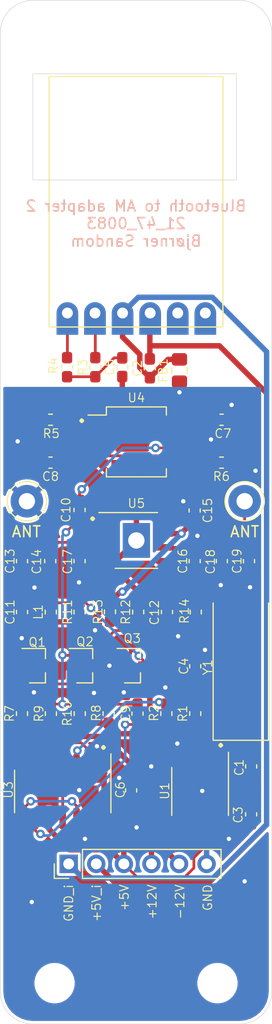
<source format=kicad_pcb>
(kicad_pcb (version 20171130) (host pcbnew "(5.1.10)-1")
  (title_block (title "Bluetooth to AM adapter") (date 2021-09-17) (company "Bjørner Sandom"))
  (layers (0 F.Cu signal) (31 B.Cu signal) (34 B.Paste user) (35 F.Paste user) (36 B.SilkS user) (37 F.SilkS user) (38 B.Mask user) (39 F.Mask user) (44 Edge.Cuts user))
  (net 0 "")
  (net 1 GND)
  (net 2 "Net-(C1-Pad1)")
  (net 3 +5V)
  (net 4 "Net-(C4-Pad1)")
  (net 5 "Net-(C5-Pad1)")
  (net 6 "Net-(C14-Pad1)")
  (net 7 +12V)
  (net 8 "Net-(Q1-Pad2)")
  (net 9 "Net-(Q2-Pad2)")
  (net 10 "Net-(R3-Pad2)")
  (net 11 "Net-(U2-Pad2)")
  (net 12 "Net-(U4-Pad8)")
  (net 13 "Net-(U4-Pad5)")
  (net 14 "Net-(U4-Pad1)")
  (net 15 "Net-(U5-Pad2)")
  (net 16 GNDD)
  (net 17 +5VD)
  (net 18 "Net-(C5-Pad2)")
  (net 19 -12V)
  (net 20 "Net-(C9-Pad2)")
  (net 21 "Net-(C9-Pad1)")
  (net 22 "Net-(C10-Pad2)")
  (net 23 "Net-(C10-Pad1)")
  (net 24 "Net-(C11-Pad2)")
  (net 25 "Net-(C12-Pad1)")
  (net 26 "Net-(C16-Pad2)")
  (net 27 "Net-(C16-Pad1)")
  (net 28 "Net-(R1-Pad2)")
  (net 29 "Net-(R4-Pad1)")
  (net 30 "Net-(R5-Pad2)")
  (net 31 "Net-(U1-Pad12)")
  (net 32 "Net-(U1-Pad10)")
  (net 33 "Net-(U1-Pad8)")
  (net 34 "Net-(U1-Pad4)")
  (net 35 "Net-(U1-Pad2)")
  (net 36 "Net-(U2-Pad1)")
  (net 37 "Net-(U3-Pad12)")
  (net 38 "Net-(U3-Pad11)")
  (net 39 "Net-(U3-Pad2)")
  (net 40 "Net-(U5-Pad1)")
  (net 41 "Net-(U5-Pad5)")
  (net 42 "Net-(U5-Pad8)")
  (module MountingHole:MountingHole_3.2mm_M3 (layer F.Cu) (at 143 45.5)
    (fp_text reference H3 hide)
    (fp_text value MountingHole)
    (pad 1 np_thru_hole circle (at 0 0) (size 3.2 3.2) (drill 3.2) (layers *.Cu *.Mask))
  )
  (module MountingHole:MountingHole_3.2mm_M3 (layer F.Cu) (at 150.5 132.25)
    (fp_text reference H2 hide)
    (fp_text value MountingHole)
    (pad 1 np_thru_hole circle (at 0 0) (size 3.2 3.2) (drill 3.2) (layers *.Cu *.Mask))
  )
  (module MountingHole:MountingHole_3.2mm_M3 (layer F.Cu) (at 135.5 132.25)
    (fp_text reference H1 hide)
    (fp_text value MountingHole)
    (pad 1 np_thru_hole circle (at 0 0) (size 3.2 3.2) (drill 3.2) (layers *.Cu *.Mask))
  )
  (module Inductor_SMD:L_0805_2012Metric_Pad1.15x1.40mm_HandSolder (layer F.Cu) (at 147 76 270)
    (fp_text reference FB1 (at 0 1.5 90) (layer F.SilkS) (effects (font (size 0.8 0.8) (thickness 0.1))))
    (fp_text value Ferrite_Bead)
    (pad 2 smd roundrect (at 1.025 0 270) (size 1.15 1.4) (layers F.Cu F.Paste F.Mask) (roundrect_rratio 0.2173904347826087) (net 1 GND))
    (pad 1 smd roundrect (at -1.025 0 270) (size 1.15 1.4) (layers F.Cu F.Paste F.Mask) (roundrect_rratio 0.2173904347826087) (net 16 GNDD))
  )
  (module Inductor_SMD:L_0603_1608Metric_Pad1.05x0.95mm_HandSolder (layer F.Cu) (at 135.15 98.175 90)
    (fp_text reference L1 (at 0 -1.15 90) (layer F.SilkS) (effects (font (size 0.8 0.8) (thickness 0.1))))
    (fp_text value *)
    (pad 2 smd roundrect (at 0.875 0 90) (size 1.05 0.95) (layers F.Cu F.Paste F.Mask) (net 24 "Net-(C11-Pad2)"))
    (pad 1 smd roundrect (at -0.875 0 90) (size 1.05 0.95) (layers F.Cu F.Paste F.Mask) (net 7 +12V))
  )
  (module Capacitor_SMD:C_0603_1608Metric_Pad1.08x0.95mm_HandSolder (layer F.Cu) (at 153.4 93.5 270)
    (fp_text reference C19 (at 0 1.1 90) (layer F.SilkS) (effects (font (size 0.8 0.8) (thickness 0.1))))
    (fp_text value *)
    (pad 2 smd roundrect (at 0.8625 0 270) (size 1.075 0.95) (layers F.Cu F.Paste F.Mask) (net 1 GND))
    (pad 1 smd roundrect (at -0.8625 0 270) (size 1.075 0.95) (layers F.Cu F.Paste F.Mask) (net 27 "Net-(C16-Pad1)"))
  )
  (module Crystal:Crystal_SMD_HC49-SD (layer F.Cu) (at 152.65 103.25 90)
    (fp_text reference Y1 (at 0 -3.05 90) (layer F.SilkS) (effects (font (size 0.8 0.8) (thickness 0.1))))
    (fp_text value *)
    (pad 2 smd rect (at 4.25 0 90) (size 4.5 2) (layers F.Cu F.Paste F.Mask) (net 4 "Net-(C4-Pad1)"))
    (pad 1 smd rect (at -4.25 0 90) (size 4.5 2) (layers F.Cu F.Paste F.Mask) (net 2 "Net-(C1-Pad1)"))
  )
  (module myDevices:SOIC-8-1EP_3.9x4.9mm_P1.27mm_EP2.514x3.2mm_ThermalVias (layer F.Cu) (at 143.030499 91.6)
    (fp_text reference U5 (at 0 -3.4) (layer F.SilkS) (effects (font (size 0.8 0.8) (thickness 0.1))))
    (fp_text value BUF634AIDDAR)
    (pad 1 smd roundrect (at -2.6375 -1.905) (size 1.625 0.6) (layers F.Cu F.Paste F.Mask) (net 40 "Net-(U5-Pad1)"))
    (pad 2 smd roundrect (at -2.6375 -0.635) (size 1.625 0.6) (layers F.Cu F.Paste F.Mask) (net 15 "Net-(U5-Pad2)"))
    (pad 3 smd roundrect (at -2.6375 0.635) (size 1.625 0.6) (layers F.Cu F.Paste F.Mask) (net 6 "Net-(C14-Pad1)"))
    (pad 4 smd roundrect (at -2.6375 1.905) (size 1.625 0.6) (layers F.Cu F.Paste F.Mask) (net 19 -12V))
    (pad 5 smd roundrect (at 2.6375 1.905) (size 1.625 0.6) (layers F.Cu F.Paste F.Mask) (net 41 "Net-(U5-Pad5)"))
    (pad 6 smd roundrect (at 2.6375 0.635) (size 1.625 0.6) (layers F.Cu F.Paste F.Mask) (net 26 "Net-(C16-Pad2)"))
    (pad 7 smd roundrect (at 2.6375 -0.635) (size 1.625 0.6) (layers F.Cu F.Paste F.Mask) (net 7 +12V))
    (pad 8 smd roundrect (at 2.6375 -1.905) (size 1.625 0.6) (layers F.Cu F.Paste F.Mask) (net 42 "Net-(U5-Pad8)"))
    (pad EPAD thru_hole rect (at 0 0) (size 2.514 3.2) (drill 1.5) (layers *.Cu *.Mask) (net 19 -12V))
  )
  (module Package_SO:SO-8_5.3x6.2mm_P1.27mm (layer F.Cu) (at 143.030499 82.55)
    (fp_text reference U4 (at 0 -4.05) (layer F.SilkS) (effects (font (size 0.8 0.8) (thickness 0.1))))
    (fp_text value LF351D)
    (pad 8 smd roundrect (at 3.5 -1.905) (size 1.9 0.6) (layers F.Cu F.Paste F.Mask) (net 12 "Net-(U4-Pad8)"))
    (pad 7 smd roundrect (at 3.5 -0.635) (size 1.9 0.6) (layers F.Cu F.Paste F.Mask) (net 7 +12V))
    (pad 6 smd roundrect (at 3.5 0.635) (size 1.9 0.6) (layers F.Cu F.Paste F.Mask) (net 22 "Net-(C10-Pad2)"))
    (pad 5 smd roundrect (at 3.5 1.905) (size 1.9 0.6) (layers F.Cu F.Paste F.Mask) (net 13 "Net-(U4-Pad5)"))
    (pad 4 smd roundrect (at -3.5 1.905) (size 1.9 0.6) (layers F.Cu F.Paste F.Mask) (net 19 -12V))
    (pad 3 smd roundrect (at -3.5 0.635) (size 1.9 0.6) (layers F.Cu F.Paste F.Mask) (net 5 "Net-(C5-Pad1)"))
    (pad 2 smd roundrect (at -3.5 -0.635) (size 1.9 0.6) (layers F.Cu F.Paste F.Mask) (net 30 "Net-(R5-Pad2)"))
    (pad 1 smd roundrect (at -3.5 -1.905) (size 1.9 0.6) (layers F.Cu F.Paste F.Mask) (net 14 "Net-(U4-Pad1)"))
  )
  (module Package_SO:SOIC-14_3.9x8.7mm_P1.27mm (layer F.Cu) (at 136.25 114.65 270)
    (fp_text reference U3 (at -0.15 5 90) (layer F.SilkS) (effects (font (size 0.8 0.8) (thickness 0.1))))
    (fp_text value SN74LS74AN)
    (pad 14 smd roundrect (at 2.475 -3.81 270) (size 1.95 0.6) (layers F.Cu F.Paste F.Mask) (net 3 +5V))
    (pad 13 smd roundrect (at 2.475 -2.54 270) (size 1.95 0.6) (layers F.Cu F.Paste F.Mask) (net 3 +5V))
    (pad 12 smd roundrect (at 2.475 -1.27 270) (size 1.95 0.6) (layers F.Cu F.Paste F.Mask) (net 37 "Net-(U3-Pad12)"))
    (pad 11 smd roundrect (at 2.475 0 270) (size 1.95 0.6) (layers F.Cu F.Paste F.Mask) (net 38 "Net-(U3-Pad11)"))
    (pad 10 smd roundrect (at 2.475 1.27 270) (size 1.95 0.6) (layers F.Cu F.Paste F.Mask) (net 3 +5V))
    (pad 9 smd roundrect (at 2.475 2.54 270) (size 1.95 0.6) (layers F.Cu F.Paste F.Mask) (net 20 "Net-(C9-Pad2)"))
    (pad 8 smd roundrect (at 2.475 3.81 270) (size 1.95 0.6) (layers F.Cu F.Paste F.Mask) (net 37 "Net-(U3-Pad12)"))
    (pad 7 smd roundrect (at -2.475 3.81 270) (size 1.95 0.6) (layers F.Cu F.Paste F.Mask) (net 1 GND))
    (pad 6 smd roundrect (at -2.475 2.54 270) (size 1.95 0.6) (layers F.Cu F.Paste F.Mask) (net 39 "Net-(U3-Pad2)"))
    (pad 5 smd roundrect (at -2.475 1.27 270) (size 1.95 0.6) (layers F.Cu F.Paste F.Mask) (net 38 "Net-(U3-Pad11)"))
    (pad 4 smd roundrect (at -2.475 0 270) (size 1.95 0.6) (layers F.Cu F.Paste F.Mask) (net 3 +5V))
    (pad 3 smd roundrect (at -2.475 -1.27 270) (size 1.95 0.6) (layers F.Cu F.Paste F.Mask) (net 4 "Net-(C4-Pad1)"))
    (pad 2 smd roundrect (at -2.475 -2.54 270) (size 1.95 0.6) (layers F.Cu F.Paste F.Mask) (net 39 "Net-(U3-Pad2)"))
    (pad 1 smd roundrect (at -2.475 -3.81 270) (size 1.95 0.6) (layers F.Cu F.Paste F.Mask) (net 3 +5V))
  )
  (module myDevices:MH-M18 (layer F.Cu) (at 151 49 270)
    (fp_text reference U2 hide)
    (fp_text value MH-M18)
    (pad 6 thru_hole custom (at 21.717 14.319 270) (size 2 2) (drill 1) (layers *.Cu *.Mask) (net 29 "Net-(R4-Pad1)") (options (clearance outline) (anchor circle)) (primitives (gr_poly (pts (xy 0 -1) (xy 2 -1) (xy 2 1) (xy 0 1)) (width 0))))
    (pad 5 thru_hole custom (at 21.717 11.779 270) (size 2 2) (drill 1) (layers *.Cu *.Mask) (net 10 "Net-(R3-Pad2)") (options (clearance outline) (anchor circle)) (primitives (gr_poly (pts (xy 0 -1) (xy 2 -1) (xy 2 1) (xy 0 1)) (width 0))))
    (pad 4 thru_hole custom (at 21.717 9.239 270) (size 2 2) (drill 1) (layers *.Cu *.Mask) (net 16 GNDD) (options (clearance outline) (anchor circle)) (primitives (gr_poly (pts (xy 0 -1) (xy 2 -1) (xy 2 1) (xy 0 1)) (width 0))))
    (pad 3 thru_hole custom (at 21.717 6.699 270) (size 2 2) (drill 1) (layers *.Cu *.Mask) (net 17 +5VD) (options (clearance outline) (anchor circle)) (primitives (gr_poly (pts (xy 0 -1) (xy 2 -1) (xy 2 1) (xy 0 1)) (width 0))))
    (pad 2 thru_hole custom (at 21.717 4.159 270) (size 2 2) (drill 1) (layers *.Cu *.Mask) (net 11 "Net-(U2-Pad2)") (options (clearance outline) (anchor circle)) (primitives (gr_poly (pts (xy 0 -1) (xy 2 -1) (xy 2 1) (xy 0 1)) (width 0))))
    (pad 1 thru_hole custom (at 21.717 1.619 270) (size 2 2) (drill 1) (layers *.Cu *.Mask) (net 36 "Net-(U2-Pad1)") (options (clearance outline) (anchor circle)) (primitives (gr_poly (pts (xy 0 -1) (xy 2 -1) (xy 2 1) (xy 0 1)) (width 0))))
  )
  (module Package_SO:TSSOP-14_4.4x5mm_P0.65mm (layer F.Cu) (at 148.9 114.65 270)
    (fp_text reference U1 (at -0.05 3.25 90) (layer F.SilkS) (effects (font (size 0.8 0.8) (thickness 0.1))))
    (fp_text value SN74HCU04N)
    (pad 14 smd roundrect (at 2.8625 -1.95 270) (size 1.475 0.4) (layers F.Cu F.Paste F.Mask) (net 3 +5V))
    (pad 13 smd roundrect (at 2.8625 -1.3 270) (size 1.475 0.4) (layers F.Cu F.Paste F.Mask) (net 1 GND))
    (pad 12 smd roundrect (at 2.8625 -0.65 270) (size 1.475 0.4) (layers F.Cu F.Paste F.Mask) (net 31 "Net-(U1-Pad12)"))
    (pad 11 smd roundrect (at 2.8625 0 270) (size 1.475 0.4) (layers F.Cu F.Paste F.Mask) (net 1 GND))
    (pad 10 smd roundrect (at 2.8625 0.65 270) (size 1.475 0.4) (layers F.Cu F.Paste F.Mask) (net 32 "Net-(U1-Pad10)"))
    (pad 9 smd roundrect (at 2.8625 1.3 270) (size 1.475 0.4) (layers F.Cu F.Paste F.Mask) (net 1 GND))
    (pad 8 smd roundrect (at 2.8625 1.95 270) (size 1.475 0.4) (layers F.Cu F.Paste F.Mask) (net 33 "Net-(U1-Pad8)"))
    (pad 7 smd roundrect (at -2.8625 1.95 270) (size 1.475 0.4) (layers F.Cu F.Paste F.Mask) (net 1 GND))
    (pad 6 smd roundrect (at -2.8625 1.3 270) (size 1.475 0.4) (layers F.Cu F.Paste F.Mask) (net 28 "Net-(R1-Pad2)"))
    (pad 5 smd roundrect (at -2.8625 0.65 270) (size 1.475 0.4) (layers F.Cu F.Paste F.Mask) (net 2 "Net-(C1-Pad1)"))
    (pad 4 smd roundrect (at -2.8625 0 270) (size 1.475 0.4) (layers F.Cu F.Paste F.Mask) (net 34 "Net-(U1-Pad4)"))
    (pad 3 smd roundrect (at -2.8625 -0.65 270) (size 1.475 0.4) (layers F.Cu F.Paste F.Mask) (net 1 GND))
    (pad 2 smd roundrect (at -2.8625 -1.3 270) (size 1.475 0.4) (layers F.Cu F.Paste F.Mask) (net 35 "Net-(U1-Pad2)"))
    (pad 1 smd roundrect (at -2.8625 -1.95 270) (size 1.475 0.4) (layers F.Cu F.Paste F.Mask) (net 1 GND))
  )
  (module Resistor_SMD:R_0603_1608Metric_Pad1.05x0.95mm_HandSolder (layer F.Cu) (at 148.5 98.175 90)
    (fp_text reference R14 (at 0.075 -1.05 90) (layer F.SilkS) (effects (font (size 0.8 0.8) (thickness 0.1))))
    (fp_text value 10kΩ)
    (pad 2 smd roundrect (at 0.875 0 90) (size 1.05 0.95) (layers F.Cu F.Paste F.Mask) (net 19 -12V))
    (pad 1 smd roundrect (at -0.875 0 90) (size 1.05 0.95) (layers F.Cu F.Paste F.Mask) (net 25 "Net-(C12-Pad1)"))
  )
  (module Resistor_SMD:R_0603_1608Metric_Pad1.05x0.95mm_HandSolder (layer F.Cu) (at 140.6 98.15 270)
    (fp_text reference R13 (at 0 1.1 90) (layer F.SilkS) (effects (font (size 0.8 0.8) (thickness 0.1))))
    (fp_text value 27kΩ)
    (pad 2 smd roundrect (at 0.875 0 270) (size 1.05 0.95) (layers F.Cu F.Paste F.Mask) (net 25 "Net-(C12-Pad1)"))
    (pad 1 smd roundrect (at -0.875 0 270) (size 1.05 0.95) (layers F.Cu F.Paste F.Mask) (net 7 +12V))
  )
  (module Resistor_SMD:R_0603_1608Metric_Pad1.05x0.95mm_HandSolder (layer F.Cu) (at 143.2 98.175 90)
    (fp_text reference R12 (at 0 -1.15 90) (layer F.SilkS) (effects (font (size 0.8 0.8) (thickness 0.1))))
    (fp_text value 330Ω)
    (pad 2 smd roundrect (at 0.875 0 90) (size 1.05 0.95) (layers F.Cu F.Paste F.Mask) (net 19 -12V))
    (pad 1 smd roundrect (at -0.875 0 90) (size 1.05 0.95) (layers F.Cu F.Paste F.Mask) (net 9 "Net-(Q2-Pad2)"))
  )
  (module Resistor_SMD:R_0603_1608Metric_Pad1.05x0.95mm_HandSolder (layer F.Cu) (at 137.8 98.175 90)
    (fp_text reference R11 (at 0 -1.1 90) (layer F.SilkS) (effects (font (size 0.8 0.8) (thickness 0.1))))
    (fp_text value 4.7kΩ)
    (pad 2 smd roundrect (at 0.875 0 90) (size 1.05 0.95) (layers F.Cu F.Paste F.Mask) (net 24 "Net-(C11-Pad2)"))
    (pad 1 smd roundrect (at -0.875 0 90) (size 1.05 0.95) (layers F.Cu F.Paste F.Mask) (net 7 +12V))
  )
  (module Resistor_SMD:R_0603_1608Metric_Pad1.05x0.95mm_HandSolder (layer F.Cu) (at 137.816666 107.5 270)
    (fp_text reference R10 (at 0 1.15 90) (layer F.SilkS) (effects (font (size 0.8 0.8) (thickness 0.1))))
    (fp_text value 33kΩ)
    (pad 2 smd roundrect (at 0.875 0 270) (size 1.05 0.95) (layers F.Cu F.Paste F.Mask) (net 19 -12V))
    (pad 1 smd roundrect (at -0.875 0 270) (size 1.05 0.95) (layers F.Cu F.Paste F.Mask) (net 23 "Net-(C10-Pad1)"))
  )
  (module Resistor_SMD:R_0603_1608Metric_Pad1.05x0.95mm_HandSolder (layer F.Cu) (at 135.158333 107.5 90)
    (fp_text reference R9 (at 0 -1.1 90) (layer F.SilkS) (effects (font (size 0.8 0.8) (thickness 0.1))))
    (fp_text value 220kΩ)
    (pad 2 smd roundrect (at 0.875 0 90) (size 1.05 0.95) (layers F.Cu F.Paste F.Mask) (net 23 "Net-(C10-Pad1)"))
    (pad 1 smd roundrect (at -0.875 0 90) (size 1.05 0.95) (layers F.Cu F.Paste F.Mask) (net 7 +12V))
  )
  (module Resistor_SMD:R_0603_1608Metric_Pad1.05x0.95mm_HandSolder (layer F.Cu) (at 140.474999 107.5 270)
    (fp_text reference R8 (at -0.05 1.15 90) (layer F.SilkS) (effects (font (size 0.8 0.8) (thickness 0.1))))
    (fp_text value 10kΩ)
    (pad 2 smd roundrect (at 0.875 0 270) (size 1.05 0.95) (layers F.Cu F.Paste F.Mask) (net 19 -12V))
    (pad 1 smd roundrect (at -0.875 0 270) (size 1.05 0.95) (layers F.Cu F.Paste F.Mask) (net 21 "Net-(C9-Pad1)"))
  )
  (module Resistor_SMD:R_0603_1608Metric_Pad1.05x0.95mm_HandSolder (layer F.Cu) (at 132.5 107.5 90)
    (fp_text reference R7 (at 0 -1.15 90) (layer F.SilkS) (effects (font (size 0.8 0.8) (thickness 0.1))))
    (fp_text value 27kΩ)
    (pad 2 smd roundrect (at 0.875 0 90) (size 1.05 0.95) (layers F.Cu F.Paste F.Mask) (net 21 "Net-(C9-Pad1)"))
    (pad 1 smd roundrect (at -0.875 0 90) (size 1.05 0.95) (layers F.Cu F.Paste F.Mask) (net 7 +12V))
  )
  (module Resistor_SMD:R_0603_1608Metric_Pad1.05x0.95mm_HandSolder (layer F.Cu) (at 150.876 84.455 180)
    (fp_text reference R6 (at 0.014 -1.27) (layer F.SilkS) (effects (font (size 0.8 0.8) (thickness 0.1))))
    (fp_text value 27kΩ)
    (pad 2 smd roundrect (at 0.875 0 180) (size 1.05 0.95) (layers F.Cu F.Paste F.Mask) (net 30 "Net-(R5-Pad2)"))
    (pad 1 smd roundrect (at -0.875 0 180) (size 1.05 0.95) (layers F.Cu F.Paste F.Mask) (net 22 "Net-(C10-Pad2)"))
  )
  (module Resistor_SMD:R_0603_1608Metric_Pad1.05x0.95mm_HandSolder (layer F.Cu) (at 135.128 80.518)
    (fp_text reference R5 (at 0.0635 1.27) (layer F.SilkS) (effects (font (size 0.8 0.8) (thickness 0.1))))
    (fp_text value 6.8kΩ)
    (pad 2 smd roundrect (at 0.875 0) (size 1.05 0.95) (layers F.Cu F.Paste F.Mask) (net 30 "Net-(R5-Pad2)"))
    (pad 1 smd roundrect (at -0.875 0) (size 1.05 0.95) (layers F.Cu F.Paste F.Mask) (net 1 GND))
  )
  (module Resistor_SMD:R_0603_1608Metric_Pad1.05x0.95mm_HandSolder (layer F.Cu) (at 136.652 75.692 270)
    (fp_text reference R4 (at -0.141 1.27 90) (layer F.SilkS) (effects (font (size 0.8 0.8) (thickness 0.1))))
    (fp_text value 1kΩ)
    (pad 2 smd roundrect (at 0.875 0 270) (size 1.05 0.95) (layers F.Cu F.Paste F.Mask) (net 18 "Net-(C5-Pad2)"))
    (pad 1 smd roundrect (at -0.875 0 270) (size 1.05 0.95) (layers F.Cu F.Paste F.Mask) (net 29 "Net-(R4-Pad1)"))
  )
  (module Resistor_SMD:R_0603_1608Metric_Pad1.05x0.95mm_HandSolder (layer F.Cu) (at 139.25 75.692 90)
    (fp_text reference R3 (at 0 -1.143 90) (layer F.SilkS) (effects (font (size 0.8 0.8) (thickness 0.1))))
    (fp_text value 1kΩ)
    (pad 2 smd roundrect (at 0.875 0 90) (size 1.05 0.95) (layers F.Cu F.Paste F.Mask) (net 10 "Net-(R3-Pad2)"))
    (pad 1 smd roundrect (at -0.875 0 90) (size 1.05 0.95) (layers F.Cu F.Paste F.Mask) (net 18 "Net-(C5-Pad2)"))
  )
  (module Resistor_SMD:R_0603_1608Metric_Pad1.05x0.95mm_HandSolder (layer F.Cu) (at 145.791665 107.5 90)
    (fp_text reference R2 (at 0.05 -1.141665 90) (layer F.SilkS) (effects (font (size 0.8 0.8) (thickness 0.1))))
    (fp_text value 560Ω)
    (pad 2 smd roundrect (at 0.875 0 90) (size 1.05 0.95) (layers F.Cu F.Paste F.Mask) (net 4 "Net-(C4-Pad1)"))
    (pad 1 smd roundrect (at -0.875 0 90) (size 1.05 0.95) (layers F.Cu F.Paste F.Mask) (net 28 "Net-(R1-Pad2)"))
  )
  (module Resistor_SMD:R_0603_1608Metric_Pad1.05x0.95mm_HandSolder (layer F.Cu) (at 148.45 107.5 90)
    (fp_text reference R1 (at 0 -1.15 90) (layer F.SilkS) (effects (font (size 0.8 0.8) (thickness 0.1))))
    (fp_text value 4.7MΩ)
    (pad 2 smd roundrect (at 0.875 0 90) (size 1.05 0.95) (layers F.Cu F.Paste F.Mask) (net 28 "Net-(R1-Pad2)"))
    (pad 1 smd roundrect (at -0.875 0 90) (size 1.05 0.95) (layers F.Cu F.Paste F.Mask) (net 2 "Net-(C1-Pad1)"))
  )
  (module Package_TO_SOT_SMD:SOT-23 (layer F.Cu) (at 142.65 103.1)
    (fp_text reference Q3 (at 0 -2.5) (layer F.SilkS) (effects (font (size 0.8 0.8) (thickness 0.1))))
    (fp_text value MMBT3904)
    (pad 3 smd rect (at 1 0) (size 0.9 0.8) (layers F.Cu F.Paste F.Mask) (net 24 "Net-(C11-Pad2)"))
    (pad 2 smd rect (at -1 0.95) (size 0.9 0.8) (layers F.Cu F.Paste F.Mask) (net 8 "Net-(Q1-Pad2)"))
    (pad 1 smd rect (at -1 -0.95) (size 0.9 0.8) (layers F.Cu F.Paste F.Mask) (net 25 "Net-(C12-Pad1)"))
  )
  (module Package_TO_SOT_SMD:SOT-23 (layer F.Cu) (at 138.25 103.1)
    (fp_text reference Q2 (at 0.05 -2.2) (layer F.SilkS) (effects (font (size 0.8 0.8) (thickness 0.1))))
    (fp_text value MMBT3904)
    (pad 3 smd rect (at 1 0) (size 0.9 0.8) (layers F.Cu F.Paste F.Mask) (net 8 "Net-(Q1-Pad2)"))
    (pad 2 smd rect (at -1 0.95) (size 0.9 0.8) (layers F.Cu F.Paste F.Mask) (net 9 "Net-(Q2-Pad2)"))
    (pad 1 smd rect (at -1 -0.95) (size 0.9 0.8) (layers F.Cu F.Paste F.Mask) (net 23 "Net-(C10-Pad1)"))
  )
  (module Package_TO_SOT_SMD:SOT-23 (layer F.Cu) (at 133.9 103.1)
    (fp_text reference Q1 (at 0 -2.15) (layer F.SilkS) (effects (font (size 0.8 0.8) (thickness 0.1))))
    (fp_text value MMBT3904)
    (pad 3 smd rect (at 1 0) (size 0.9 0.8) (layers F.Cu F.Paste F.Mask) (net 7 +12V))
    (pad 2 smd rect (at -1 0.95) (size 0.9 0.8) (layers F.Cu F.Paste F.Mask) (net 8 "Net-(Q1-Pad2)"))
    (pad 1 smd rect (at -1 -0.95) (size 0.9 0.8) (layers F.Cu F.Paste F.Mask) (net 21 "Net-(C9-Pad1)"))
  )
  (module Connector_Pin:Pin_D1.3mm_L11.0mm_LooseFit (layer F.Cu) (at 132.95 88)
    (fp_text reference J3 hide)
    (fp_text value Conn_01x01)
    (pad 1 thru_hole circle (at 0 0) (size 3 3) (drill 1.5) (layers *.Cu *.Mask) (net 1 GND))
  )
  (module Connector_Pin:Pin_D1.3mm_L11.0mm_LooseFit (layer F.Cu) (at 153 88)
    (fp_text reference J2 hide)
    (fp_text value Antenna)
    (pad 1 thru_hole circle (at 0 0) (size 3 3) (drill 1.5) (layers *.Cu *.Mask) (net 27 "Net-(C16-Pad1)"))
  )
  (module Connector_PinHeader_2.54mm:PinHeader_1x06_P2.54mm_Vertical (layer F.Cu) (at 136.8 121.3 90)
    (fp_text reference J1 hide)
    (fp_text value Conn_01x06)
    (pad 6 thru_hole oval (at 0 12.7 90) (size 1.7 1.7) (drill 1) (layers *.Cu *.Mask) (net 1 GND))
    (pad 5 thru_hole oval (at 0 10.16 90) (size 1.7 1.7) (drill 1) (layers *.Cu *.Mask) (net 19 -12V))
    (pad 4 thru_hole oval (at 0 7.62 90) (size 1.7 1.7) (drill 1) (layers *.Cu *.Mask) (net 7 +12V))
    (pad 3 thru_hole oval (at 0 5.08 90) (size 1.7 1.7) (drill 1) (layers *.Cu *.Mask) (net 3 +5V))
    (pad 2 thru_hole oval (at 0 2.54 90) (size 1.7 1.7) (drill 1) (layers *.Cu *.Mask) (net 17 +5VD))
    (pad 1 thru_hole rect (at 0 0 90) (size 1.7 1.7) (drill 1) (layers *.Cu *.Mask) (net 16 GNDD))
  )
  (module Capacitor_SMD:C_0603_1608Metric_Pad1.08x0.95mm_HandSolder (layer F.Cu) (at 150.9 93.5 270)
    (fp_text reference C18 (at 0.05 1.05 90) (layer F.SilkS) (effects (font (size 0.8 0.8) (thickness 0.1))))
    (fp_text value *)
    (pad 2 smd roundrect (at 0.8625 0 270) (size 1.075 0.95) (layers F.Cu F.Paste F.Mask) (net 1 GND))
    (pad 1 smd roundrect (at -0.8625 0 270) (size 1.075 0.95) (layers F.Cu F.Paste F.Mask) (net 27 "Net-(C16-Pad1)"))
  )
  (module Capacitor_SMD:C_0603_1608Metric_Pad1.08x0.95mm_HandSolder (layer F.Cu) (at 137.8 93.5 90)
    (fp_text reference C17 (at -0.05 -1.1 90) (layer F.SilkS) (effects (font (size 0.8 0.8) (thickness 0.1))))
    (fp_text value 10µF)
    (pad 2 smd roundrect (at 0.8625 0 90) (size 1.075 0.95) (layers F.Cu F.Paste F.Mask) (net 19 -12V))
    (pad 1 smd roundrect (at -0.8625 0 90) (size 1.075 0.95) (layers F.Cu F.Paste F.Mask) (net 1 GND))
  )
  (module Capacitor_SMD:C_0603_1608Metric_Pad1.08x0.95mm_HandSolder (layer F.Cu) (at 148.4 93.5 90)
    (fp_text reference C16 (at 0 -1.1 90) (layer F.SilkS) (effects (font (size 0.8 0.8) (thickness 0.1))))
    (fp_text value 100nF)
    (pad 2 smd roundrect (at 0.8625 0 90) (size 1.075 0.95) (layers F.Cu F.Paste F.Mask) (net 26 "Net-(C16-Pad2)"))
    (pad 1 smd roundrect (at -0.8625 0 90) (size 1.075 0.95) (layers F.Cu F.Paste F.Mask) (net 27 "Net-(C16-Pad1)"))
  )
  (module Capacitor_SMD:C_0603_1608Metric_Pad1.08x0.95mm_HandSolder (layer F.Cu) (at 148.4 88.85 270)
    (fp_text reference C15 (at 0 -1.2 90) (layer F.SilkS) (effects (font (size 0.8 0.8) (thickness 0.1))))
    (fp_text value 10µF)
    (pad 2 smd roundrect (at 0.8625 0 270) (size 1.075 0.95) (layers F.Cu F.Paste F.Mask) (net 7 +12V))
    (pad 1 smd roundrect (at -0.8625 0 270) (size 1.075 0.95) (layers F.Cu F.Paste F.Mask) (net 1 GND))
  )
  (module Capacitor_SMD:C_0603_1608Metric_Pad1.08x0.95mm_HandSolder (layer F.Cu) (at 135.1 93.5 270)
    (fp_text reference C14 (at 0.05 1.25 90) (layer F.SilkS) (effects (font (size 0.8 0.8) (thickness 0.1))))
    (fp_text value 100nF)
    (pad 2 smd roundrect (at 0.8625 0 270) (size 1.075 0.95) (layers F.Cu F.Paste F.Mask) (net 24 "Net-(C11-Pad2)"))
    (pad 1 smd roundrect (at -0.8625 0 270) (size 1.075 0.95) (layers F.Cu F.Paste F.Mask) (net 6 "Net-(C14-Pad1)"))
  )
  (module Capacitor_SMD:C_0603_1608Metric_Pad1.08x0.95mm_HandSolder (layer F.Cu) (at 132.5 93.5 270)
    (fp_text reference C13 (at 0 1.1 90) (layer F.SilkS) (effects (font (size 0.8 0.8) (thickness 0.1))))
    (fp_text value *)
    (pad 2 smd roundrect (at 0.8625 0 270) (size 1.075 0.95) (layers F.Cu F.Paste F.Mask) (net 24 "Net-(C11-Pad2)"))
    (pad 1 smd roundrect (at -0.8625 0 270) (size 1.075 0.95) (layers F.Cu F.Paste F.Mask) (net 7 +12V))
  )
  (module Capacitor_SMD:C_0603_1608Metric_Pad1.08x0.95mm_HandSolder (layer F.Cu) (at 145.85 98.175 90)
    (fp_text reference C12 (at -0.05 -1.15 90) (layer F.SilkS) (effects (font (size 0.8 0.8) (thickness 0.1))))
    (fp_text value 100nF)
    (pad 2 smd roundrect (at 0.8625 0 90) (size 1.075 0.95) (layers F.Cu F.Paste F.Mask) (net 19 -12V))
    (pad 1 smd roundrect (at -0.8625 0 90) (size 1.075 0.95) (layers F.Cu F.Paste F.Mask) (net 25 "Net-(C12-Pad1)"))
  )
  (module Capacitor_SMD:C_0603_1608Metric_Pad1.08x0.95mm_HandSolder (layer F.Cu) (at 132.5 98.175 90)
    (fp_text reference C11 (at 0 -1.1 90) (layer F.SilkS) (effects (font (size 0.8 0.8) (thickness 0.1))))
    (fp_text value *)
    (pad 2 smd roundrect (at 0.8625 0 90) (size 1.075 0.95) (layers F.Cu F.Paste F.Mask) (net 24 "Net-(C11-Pad2)"))
    (pad 1 smd roundrect (at -0.8625 0 90) (size 1.075 0.95) (layers F.Cu F.Paste F.Mask) (net 7 +12V))
  )
  (module Capacitor_SMD:C_0603_1608Metric_Pad1.08x0.95mm_HandSolder (layer F.Cu) (at 137.8 88.8 90)
    (fp_text reference C10 (at 0 -1.25 90) (layer F.SilkS) (effects (font (size 0.8 0.8) (thickness 0.1))))
    (fp_text value 680nF)
    (pad 2 smd roundrect (at 0.8625 0 90) (size 1.075 0.95) (layers F.Cu F.Paste F.Mask) (net 22 "Net-(C10-Pad2)"))
    (pad 1 smd roundrect (at -0.8625 0 90) (size 1.075 0.95) (layers F.Cu F.Paste F.Mask) (net 23 "Net-(C10-Pad1)"))
  )
  (module Capacitor_SMD:C_0603_1608Metric_Pad1.08x0.95mm_HandSolder (layer F.Cu) (at 143.133332 107.5 270)
    (fp_text reference C9 (at 0 1.083332 90) (layer F.SilkS) (effects (font (size 0.8 0.8) (thickness 0.1))))
    (fp_text value 1nF)
    (pad 2 smd roundrect (at 0.8625 0 270) (size 1.075 0.95) (layers F.Cu F.Paste F.Mask) (net 20 "Net-(C9-Pad2)"))
    (pad 1 smd roundrect (at -0.8625 0 270) (size 1.075 0.95) (layers F.Cu F.Paste F.Mask) (net 21 "Net-(C9-Pad1)"))
  )
  (module Capacitor_SMD:C_0603_1608Metric_Pad1.08x0.95mm_HandSolder (layer F.Cu) (at 135.128 84.455)
    (fp_text reference C8 (at 0 1.27) (layer F.SilkS) (effects (font (size 0.8 0.8) (thickness 0.1))))
    (fp_text value 100nF)
    (pad 2 smd roundrect (at 0.8625 0) (size 1.075 0.95) (layers F.Cu F.Paste F.Mask) (net 19 -12V))
    (pad 1 smd roundrect (at -0.8625 0) (size 1.075 0.95) (layers F.Cu F.Paste F.Mask) (net 1 GND))
  )
  (module Capacitor_SMD:C_0603_1608Metric_Pad1.08x0.95mm_HandSolder (layer F.Cu) (at 150.876 80.518 180)
    (fp_text reference C7 (at -0.127 -1.27) (layer F.SilkS) (effects (font (size 0.8 0.8) (thickness 0.1))))
    (fp_text value 100nF)
    (pad 2 smd roundrect (at 0.8625 0 180) (size 1.075 0.95) (layers F.Cu F.Paste F.Mask) (net 7 +12V))
    (pad 1 smd roundrect (at -0.8625 0 180) (size 1.075 0.95) (layers F.Cu F.Paste F.Mask) (net 1 GND))
  )
  (module Capacitor_SMD:C_0603_1608Metric_Pad1.08x0.95mm_HandSolder (layer F.Cu) (at 142.55 114.55 270)
    (fp_text reference C6 (at -0.05 1 90) (layer F.SilkS) (effects (font (size 0.8 0.8) (thickness 0.1))))
    (fp_text value 100nF)
    (pad 2 smd roundrect (at 0.8625 0 270) (size 1.075 0.95) (layers F.Cu F.Paste F.Mask) (net 3 +5V))
    (pad 1 smd roundrect (at -0.8625 0 270) (size 1.075 0.95) (layers F.Cu F.Paste F.Mask) (net 1 GND))
  )
  (module Capacitor_SMD:C_0603_1608Metric_Pad1.08x0.95mm_HandSolder (layer F.Cu) (at 141.732 75.692 90)
    (fp_text reference C5 (at 0 -1.143 90) (layer F.SilkS) (effects (font (size 0.8 0.8) (thickness 0.1))))
    (fp_text value 470nF)
    (pad 2 smd roundrect (at 0.8625 0 90) (size 1.075 0.95) (layers F.Cu F.Paste F.Mask) (net 18 "Net-(C5-Pad2)"))
    (pad 1 smd roundrect (at -0.8625 0 90) (size 1.075 0.95) (layers F.Cu F.Paste F.Mask) (net 5 "Net-(C5-Pad1)"))
  )
  (module Capacitor_SMD:C_0603_1608Metric_Pad1.08x0.95mm_HandSolder (layer F.Cu) (at 148.45 103.15 90)
    (fp_text reference C4 (at 0 -1.05 90) (layer F.SilkS) (effects (font (size 0.8 0.8) (thickness 0.1))))
    (fp_text value 68pF)
    (pad 2 smd roundrect (at 0.8625 0 90) (size 1.075 0.95) (layers F.Cu F.Paste F.Mask) (net 1 GND))
    (pad 1 smd roundrect (at -0.8625 0 90) (size 1.075 0.95) (layers F.Cu F.Paste F.Mask) (net 4 "Net-(C4-Pad1)"))
  )
  (module Capacitor_SMD:C_0603_1608Metric_Pad1.08x0.95mm_HandSolder (layer F.Cu) (at 153.6 116.75 270)
    (fp_text reference C3 (at 0.05 1.2 90) (layer F.SilkS) (effects (font (size 0.8 0.8) (thickness 0.1))))
    (fp_text value 100nF)
    (pad 2 smd roundrect (at 0.8625 0 270) (size 1.075 0.95) (layers F.Cu F.Paste F.Mask) (net 3 +5V))
    (pad 1 smd roundrect (at -0.8625 0 270) (size 1.075 0.95) (layers F.Cu F.Paste F.Mask) (net 1 GND))
  )
  (module Capacitor_SMD:C_0603_1608Metric_Pad1.08x0.95mm_HandSolder (layer F.Cu) (at 144.272 75.7925 270)
    (fp_text reference C2 (at 0 1.143 90) (layer F.SilkS) (effects (font (size 0.8 0.8) (thickness 0.1))))
    (fp_text value 1µF)
    (pad 2 smd roundrect (at 0.8625 0 270) (size 1.075 0.95) (layers F.Cu F.Paste F.Mask) (net 16 GNDD))
    (pad 1 smd roundrect (at -0.8625 0 270) (size 1.075 0.95) (layers F.Cu F.Paste F.Mask) (net 17 +5VD))
  )
  (module Capacitor_SMD:C_0603_1608Metric_Pad1.08x0.95mm_HandSolder (layer F.Cu) (at 153.6 112.35 270)
    (fp_text reference C1 (at 0.1 1.1 90) (layer F.SilkS) (effects (font (size 0.8 0.8) (thickness 0.1))))
    (fp_text value 68pF)
    (pad 2 smd roundrect (at 0.8625 0 270) (size 1.075 0.95) (layers F.Cu F.Paste F.Mask) (net 1 GND))
    (pad 1 smd roundrect (at -0.8625 0 270) (size 1.075 0.95) (layers F.Cu F.Paste F.Mask) (net 2 "Net-(C1-Pad1)"))
  )
  (gr_line (start 133.5 58.5) (end 133.5 48.75) (layer Edge.Cuts) (width 0.05))
  (gr_line (start 152.25 58.5) (end 133.5 58.5) (layer Edge.Cuts) (width 0.05))
  (gr_line (start 152.25 48.75) (end 152.25 58.5) (layer Edge.Cuts) (width 0.05))
  (gr_line (start 133.5 48.75) (end 152.25 48.75) (layer Edge.Cuts) (width 0.05))
  (gr_text GND_i (at 136.8 124.895238 90) (layer F.SilkS) (effects (font (size 0.8 0.8) (thickness 0.1))))
  (gr_text +5V_i (at 139.36 124.895238 90) (layer F.SilkS) (effects (font (size 0.8 0.8) (thickness 0.1))))
  (gr_text +5V (at 141.92 124.4 90) (layer F.SilkS) (effects (font (size 0.8 0.8) (thickness 0.1))))
  (gr_text +12V (at 144.48 124.780952 90) (layer F.SilkS) (effects (font (size 0.8 0.8) (thickness 0.1))))
  (gr_text -12V (at 147.04 124.780952 90) (layer F.SilkS) (effects (font (size 0.8 0.8) (thickness 0.1))))
  (gr_text GND (at 149.6 124.4 90) (layer F.SilkS) (effects (font (size 0.8 0.8) (thickness 0.1))))
  (gr_text . (at 138 80) (layer F.SilkS) (effects (font (size 1.5 1.5) (thickness 0.3))))
  (gr_text "Bluetooth to AM adapter 2\n21_47_0083\nBjørner Sandom\n" (at 143 62.5) (layer B.SilkS) (effects (font (size 1 1)) (justify mirror)))
  (gr_arc (start 152.5 133) (end 152.5 136) (angle -90) (layer Edge.Cuts) (width 0.05))
  (gr_arc (start 133.5 133) (end 130.5 133) (angle -90) (layer Edge.Cuts) (width 0.05))
  (gr_arc (start 152.5 45) (end 155.5 45) (angle -90) (layer Edge.Cuts) (width 0.05))
  (gr_arc (start 133.5 45) (end 133.5 42) (angle -90) (layer Edge.Cuts) (width 0.05))
  (gr_text ANT (at 153 90.8) (layer F.SilkS) (effects (font (size 1 1))))
  (gr_text ANT (at 132.9 90.8) (layer F.SilkS) (effects (font (size 1 1))))
  (gr_text . (at 150.8 109.8) (layer F.SilkS) (effects (font (size 1.5 1.5) (thickness 0.3))))
  (gr_text . (at 140 110) (layer F.SilkS) (effects (font (size 1.5 1.5) (thickness 0.3))))
  (gr_text . (at 139 89) (layer F.SilkS) (effects (font (size 1.5 1.5) (thickness 0.3))))
  (gr_line (start 130.5 133) (end 130.5 45) (layer Edge.Cuts) (width 0.05))
  (gr_line (start 152.5 136) (end 133.5 136) (layer Edge.Cuts) (width 0.05))
  (gr_line (start 155.5 45) (end 155.5 133) (layer Edge.Cuts) (width 0.05))
  (gr_line (start 133.5 42) (end 152.5 42) (layer Edge.Cuts) (width 0.05))
  (segment (start 153.6 115.8875) (end 153.6 113.2625) (width 0.5) (layer F.Cu) (net 1))
  (via (at 146.8 110.25) (size 0.8) (drill 0.4) (layers F.Cu B.Cu) (net 1))
  (segment (start 146.95 110.4) (end 146.8 110.25) (width 0.25) (layer F.Cu) (net 1))
  (segment (start 146.95 111.5875) (end 146.95 110.4) (width 0.25) (layer F.Cu) (net 1))
  (via (at 137.75 95.45) (size 0.8) (drill 0.4) (layers F.Cu B.Cu) (net 1))
  (segment (start 137.8 95.4) (end 137.75 95.45) (width 0.5) (layer F.Cu) (net 1))
  (segment (start 137.8 94.3625) (end 137.8 95.4) (width 0.5) (layer F.Cu) (net 1))
  (via (at 149.35 101.65) (size 0.8) (drill 0.4) (layers F.Cu B.Cu) (net 1))
  (segment (start 148.7125 102.2875) (end 149.35 101.65) (width 0.5) (layer F.Cu) (net 1))
  (segment (start 148.45 102.2875) (end 148.7125 102.2875) (width 0.5) (layer F.Cu) (net 1))
  (via (at 147.35 88) (size 0.8) (drill 0.4) (layers F.Cu B.Cu) (net 1))
  (segment (start 147.3625 87.9875) (end 147.35 88) (width 0.5) (layer F.Cu) (net 1))
  (segment (start 148.4 87.9875) (end 147.3625 87.9875) (width 0.5) (layer F.Cu) (net 1))
  (via (at 150.8 95.7) (size 0.8) (drill 0.4) (layers F.Cu B.Cu) (net 1))
  (segment (start 150.9 95.6) (end 150.8 95.7) (width 0.5) (layer F.Cu) (net 1))
  (segment (start 150.9 94.3625) (end 150.9 95.6) (width 0.5) (layer F.Cu) (net 1))
  (via (at 151.8 79.15) (size 0.8) (drill 0.4) (layers F.Cu B.Cu) (net 1))
  (segment (start 151.7385 79.2115) (end 151.8 79.15) (width 0.5) (layer F.Cu) (net 1))
  (segment (start 151.7385 80.518) (end 151.7385 79.2115) (width 0.5) (layer F.Cu) (net 1))
  (via (at 151.55 119) (size 0.8) (drill 0.4) (layers F.Cu B.Cu) (net 1))
  (via (at 141.45 113.4) (size 0.8) (drill 0.4) (layers F.Cu B.Cu) (net 1))
  (segment (start 141.7375 113.6875) (end 141.45 113.4) (width 0.5) (layer F.Cu) (net 1))
  (segment (start 142.55 113.6875) (end 141.7375 113.6875) (width 0.5) (layer F.Cu) (net 1))
  (via (at 143.05 117.95) (size 0.8) (drill 0.4) (layers F.Cu B.Cu) (net 1))
  (via (at 144.4 112.35) (size 0.8) (drill 0.4) (layers F.Cu B.Cu) (net 1))
  (via (at 137.775 114.525) (size 0.8) (drill 0.4) (layers F.Cu B.Cu) (net 1))
  (via (at 139.4 110.5) (size 0.8) (drill 0.4) (layers F.Cu B.Cu) (net 1))
  (via (at 133.6 105.55) (size 0.8) (drill 0.4) (layers F.Cu B.Cu) (net 1))
  (via (at 139.125 105.6) (size 0.8) (drill 0.4) (layers F.Cu B.Cu) (net 1))
  (via (at 141.875 105.55) (size 0.8) (drill 0.4) (layers F.Cu B.Cu) (net 1))
  (via (at 145.7 105.1) (size 0.8) (drill 0.4) (layers F.Cu B.Cu) (net 1))
  (via (at 140.55 103.1) (size 0.8) (drill 0.4) (layers F.Cu B.Cu) (net 1))
  (via (at 132.475 100.575) (size 0.8) (drill 0.4) (layers F.Cu B.Cu) (net 1))
  (via (at 139.225 99.85) (size 0.8) (drill 0.4) (layers F.Cu B.Cu) (net 1))
  (via (at 146.875 100.4) (size 0.8) (drill 0.4) (layers F.Cu B.Cu) (net 1))
  (via (at 133.65 95.925) (size 0.8) (drill 0.4) (layers F.Cu B.Cu) (net 1))
  (via (at 148.65 91.175) (size 0.8) (drill 0.4) (layers F.Cu B.Cu) (net 1))
  (via (at 153.5 95.9) (size 0.8) (drill 0.4) (layers F.Cu B.Cu) (net 1))
  (via (at 149.9 82.325) (size 0.8) (drill 0.4) (layers F.Cu B.Cu) (net 1))
  (via (at 149.1 114.6) (size 0.8) (drill 0.4) (layers F.Cu B.Cu) (net 1))
  (via (at 133.4 124.8) (size 0.8) (drill 0.4) (layers F.Cu B.Cu) (net 1))
  (via (at 153 122.9) (size 0.8) (drill 0.4) (layers F.Cu B.Cu) (net 1))
  (via (at 154 85.2) (size 0.8) (drill 0.4) (layers F.Cu B.Cu) (net 1))
  (via (at 132.1 82.5) (size 0.8) (drill 0.4) (layers F.Cu B.Cu) (net 1))
  (via (at 138.3 119) (size 0.8) (drill 0.4) (layers F.Cu B.Cu) (net 1))
  (via (at 147 78) (size 0.8) (drill 0.4) (layers F.Cu B.Cu) (net 1))
  (segment (start 147 77.025) (end 147 78) (width 0.5) (layer F.Cu) (net 1))
  (segment (start 148.25 108.525) (end 148.4 108.375) (width 0.25) (layer F.Cu) (net 2))
  (segment (start 148.25 111.5875) (end 148.25 108.525) (width 0.25) (layer F.Cu) (net 2))
  (segment (start 149.275 107.5) (end 148.4 108.375) (width 0.25) (layer F.Cu) (net 2))
  (segment (start 152.65 107.5) (end 149.275 107.5) (width 0.25) (layer F.Cu) (net 2))
  (segment (start 153.6 108.45) (end 152.65 107.5) (width 0.25) (layer F.Cu) (net 2))
  (segment (start 153.6 111.3375) (end 153.6 108.45) (width 0.25) (layer F.Cu) (net 2))
  (segment (start 150.95 117.6125) (end 150.85 117.5125) (width 0.25) (layer F.Cu) (net 3))
  (segment (start 153.6 117.6125) (end 150.95 117.6125) (width 0.25) (layer F.Cu) (net 3))
  (segment (start 142.55 115.4125) (end 141.7725 115.4125) (width 0.5) (layer F.Cu) (net 3))
  (segment (start 140.06 117.125) (end 138.79 117.125) (width 0.5) (layer F.Cu) (net 3))
  (segment (start 141.0425 116.1425) (end 140.06 117.125) (width 0.5) (layer F.Cu) (net 3))
  (segment (start 141.7725 115.4125) (end 141.0425 116.1425) (width 0.5) (layer F.Cu) (net 3))
  (segment (start 140.06 115.16) (end 141.0425 116.1425) (width 0.5) (layer F.Cu) (net 3))
  (segment (start 140.06 114.16) (end 140.06 115.16) (width 0.5) (layer F.Cu) (net 3))
  (segment (start 150.85 117.5125) (end 150.85 118.410998) (width 0.25) (layer F.Cu) (net 3))
  (segment (start 140.02499 113.60001) (end 140.06 113.565) (width 0.5) (layer F.Cu) (net 3))
  (segment (start 136.70001 113.60001) (end 140.02499 113.60001) (width 0.5) (layer F.Cu) (net 3))
  (segment (start 136.25 112.175) (end 136.25 113.15) (width 0.5) (layer F.Cu) (net 3))
  (segment (start 140.06 113.565) (end 140.06 114.16) (width 0.5) (layer F.Cu) (net 3))
  (segment (start 136.25 113.15) (end 136.70001 113.60001) (width 0.5) (layer F.Cu) (net 3))
  (segment (start 140.06 112.175) (end 140.06 113.565) (width 0.5) (layer F.Cu) (net 3))
  (segment (start 136.879999 119.999999) (end 140.579999 119.999999) (width 0.5) (layer F.Cu) (net 3))
  (segment (start 134.98 117.125) (end 134.98 118.1) (width 0.5) (layer F.Cu) (net 3))
  (segment (start 140.579999 119.999999) (end 141.88 121.3) (width 0.5) (layer F.Cu) (net 3))
  (segment (start 141.88 116.98) (end 141.0425 116.1425) (width 0.5) (layer F.Cu) (net 3))
  (segment (start 141.88 121.3) (end 141.88 116.98) (width 0.5) (layer F.Cu) (net 3))
  (segment (start 150.85 118.210998) (end 148.324999 120.735999) (width 0.25) (layer F.Cu) (net 3))
  (segment (start 147.524001 122.475001) (end 143.055001 122.475001) (width 0.25) (layer F.Cu) (net 3))
  (segment (start 143.055001 122.475001) (end 141.88 121.3) (width 0.25) (layer F.Cu) (net 3))
  (segment (start 148.324999 120.735999) (end 148.324999 121.674003) (width 0.25) (layer F.Cu) (net 3))
  (segment (start 148.324999 121.674003) (end 147.524001 122.475001) (width 0.25) (layer F.Cu) (net 3))
  (segment (start 135.94 119.06) (end 136.879999 119.999999) (width 0.5) (layer F.Cu) (net 3))
  (segment (start 134.98 118.1) (end 135.94 119.06) (width 0.5) (layer F.Cu) (net 3))
  (segment (start 152.65 99.8125) (end 152.65 99) (width 0.25) (layer F.Cu) (net 4))
  (segment (start 148.45 104.0125) (end 152.65 99.8125) (width 0.25) (layer F.Cu) (net 4))
  (segment (start 145.8375 106.625) (end 148.45 104.0125) (width 0.25) (layer F.Cu) (net 4))
  (segment (start 145.791665 106.625) (end 145.8375 106.625) (width 0.25) (layer F.Cu) (net 4))
  (via (at 137.6 110.9) (size 0.8) (drill 0.4) (layers F.Cu B.Cu) (net 4))
  (segment (start 137.52 110.98) (end 137.6 110.9) (width 0.25) (layer F.Cu) (net 4))
  (segment (start 137.52 112.175) (end 137.52 110.98) (width 0.25) (layer F.Cu) (net 4))
  (via (at 145.124253 106.45) (size 0.8) (drill 0.4) (layers F.Cu B.Cu) (net 4))
  (segment (start 142.05 106.45) (end 145.124253 106.45) (width 0.25) (layer B.Cu) (net 4))
  (segment (start 137.6 110.9) (end 142.05 106.45) (width 0.25) (layer B.Cu) (net 4))
  (segment (start 145.616665 106.45) (end 145.791665 106.625) (width 0.25) (layer F.Cu) (net 4))
  (segment (start 145.124253 106.45) (end 145.616665 106.45) (width 0.25) (layer F.Cu) (net 4))
  (segment (start 140.480499 83.185) (end 139.530499 83.185) (width 0.5) (layer F.Cu) (net 5))
  (segment (start 141.732 81.933499) (end 140.480499 83.185) (width 0.5) (layer F.Cu) (net 5))
  (segment (start 141.732 76.5545) (end 141.732 81.933499) (width 0.5) (layer F.Cu) (net 5))
  (segment (start 140.392999 92.235) (end 139.085 92.235) (width 0.25) (layer F.Cu) (net 6))
  (segment (start 135.86251 91.77499) (end 135 92.6375) (width 0.25) (layer F.Cu) (net 6))
  (segment (start 138.62499 91.77499) (end 135.86251 91.77499) (width 0.25) (layer F.Cu) (net 6))
  (segment (start 139.085 92.235) (end 138.62499 91.77499) (width 0.25) (layer F.Cu) (net 6))
  (segment (start 148.6165 81.915) (end 150.0135 80.518) (width 0.5) (layer F.Cu) (net 7))
  (segment (start 146.530499 81.915) (end 148.6165 81.915) (width 0.5) (layer F.Cu) (net 7))
  (segment (start 145.667999 90.965) (end 147.185 90.965) (width 0.5) (layer F.Cu) (net 7))
  (segment (start 132.5125 99.075) (end 132.5 99.0625) (width 0.5) (layer F.Cu) (net 7))
  (segment (start 137.5 99.075) (end 132.5125 99.075) (width 0.5) (layer F.Cu) (net 7))
  (segment (start 135.1 108.4) (end 132.5 108.4) (width 0.5) (layer F.Cu) (net 7))
  (segment (start 134.9 99.3) (end 135.15 99.05) (width 0.5) (layer F.Cu) (net 7))
  (segment (start 134.9 103.1) (end 134.9 99.3) (width 0.5) (layer F.Cu) (net 7))
  (segment (start 132.5 92.6375) (end 131.549989 93.587511) (width 0.5) (layer F.Cu) (net 7))
  (segment (start 131.7375 99.0375) (end 131.549989 98.849989) (width 0.5) (layer F.Cu) (net 7))
  (segment (start 132.5 99.0375) (end 131.7375 99.0375) (width 0.5) (layer F.Cu) (net 7))
  (segment (start 131.549989 98.849989) (end 131.549989 107.424989) (width 0.5) (layer F.Cu) (net 7))
  (segment (start 131.549989 93.587511) (end 131.549989 98.849989) (width 0.5) (layer F.Cu) (net 7))
  (segment (start 138.825 99.05) (end 140.6 97.275) (width 0.5) (layer F.Cu) (net 7))
  (segment (start 137.8 99.05) (end 138.825 99.05) (width 0.5) (layer F.Cu) (net 7))
  (via (at 147.185 90.965) (size 0.8) (drill 0.4) (layers F.Cu B.Cu) (net 7))
  (via (at 141.75 96.3) (size 0.8) (drill 0.4) (layers F.Cu B.Cu) (net 7))
  (segment (start 141.85 96.3) (end 141.75 96.3) (width 0.5) (layer B.Cu) (net 7))
  (segment (start 147.185 90.965) (end 141.85 96.3) (width 0.5) (layer B.Cu) (net 7))
  (segment (start 141.575 96.3) (end 140.6 97.275) (width 0.5) (layer F.Cu) (net 7))
  (segment (start 141.75 96.3) (end 141.575 96.3) (width 0.5) (layer F.Cu) (net 7))
  (segment (start 147.185 90.9275) (end 148.4 89.7125) (width 0.5) (layer F.Cu) (net 7))
  (segment (start 147.185 90.965) (end 147.185 90.9275) (width 0.5) (layer F.Cu) (net 7))
  (segment (start 152.72601 83.23051) (end 150.0135 80.518) (width 0.5) (layer F.Cu) (net 7))
  (segment (start 152.72601 85.38649) (end 152.72601 83.23051) (width 0.5) (layer F.Cu) (net 7))
  (segment (start 148.4 89.7125) (end 152.72601 85.38649) (width 0.5) (layer F.Cu) (net 7))
  (segment (start 131.549989 107.424989) (end 132.5 108.375) (width 0.5) (layer F.Cu) (net 7))
  (segment (start 135.158333 108.375) (end 136.383324 109.599991) (width 0.5) (layer F.Cu) (net 7))
  (segment (start 139.972279 109.599991) (end 144.42 114.047712) (width 0.5) (layer F.Cu) (net 7))
  (segment (start 144.42 114.047712) (end 144.42 121.3) (width 0.5) (layer F.Cu) (net 7))
  (segment (start 136.383324 109.599991) (end 139.972279 109.599991) (width 0.5) (layer F.Cu) (net 7))
  (segment (start 133.625001 104.775001) (end 132.9 104.05) (width 0.25) (layer F.Cu) (net 8))
  (segment (start 141.65 104.05) (end 140.924999 104.775001) (width 0.25) (layer F.Cu) (net 8))
  (segment (start 139.25 104.65) (end 139.375001 104.775001) (width 0.25) (layer F.Cu) (net 8))
  (segment (start 139.25 103.1) (end 139.25 104.65) (width 0.25) (layer F.Cu) (net 8))
  (segment (start 139.375001 104.775001) (end 133.625001 104.775001) (width 0.25) (layer F.Cu) (net 8))
  (segment (start 140.924999 104.775001) (end 139.375001 104.775001) (width 0.25) (layer F.Cu) (net 8))
  (segment (start 139.25 70.746) (end 139.221 70.717) (width 0.25) (layer F.Cu) (net 10))
  (segment (start 139.25 74.817) (end 139.25 70.746) (width 0.25) (layer F.Cu) (net 10))
  (segment (start 141.761 70.717) (end 141.761 72.927) (width 0.5) (layer F.Cu) (net 16))
  (segment (start 143.34699 75.72999) (end 144.272 76.655) (width 0.5) (layer F.Cu) (net 16))
  (segment (start 143.34699 74.51299) (end 143.34699 75.72999) (width 0.5) (layer F.Cu) (net 16))
  (segment (start 141.761 72.927) (end 143.34699 74.51299) (width 0.5) (layer F.Cu) (net 16))
  (segment (start 144.272 70.746) (end 144.301 70.717) (width 0.5) (layer F.Cu) (net 17))
  (segment (start 139.25 76.567) (end 136.652 76.567) (width 0.25) (layer F.Cu) (net 18))
  (segment (start 140.9875 74.8295) (end 139.25 76.567) (width 0.25) (layer F.Cu) (net 18))
  (segment (start 141.732 74.8295) (end 140.9875 74.8295) (width 0.25) (layer F.Cu) (net 18))
  (segment (start 135.9905 84.455) (end 139.530499 84.455) (width 0.5) (layer F.Cu) (net 19))
  (segment (start 141.125499 93.505) (end 143.030499 91.6) (width 0.5) (layer F.Cu) (net 19))
  (segment (start 140.392999 93.505) (end 141.125499 93.505) (width 0.5) (layer F.Cu) (net 19))
  (segment (start 143.030499 87.955) (end 143.030499 91.6) (width 0.5) (layer F.Cu) (net 19))
  (segment (start 139.530499 84.455) (end 143.030499 87.955) (width 0.5) (layer F.Cu) (net 19))
  (segment (start 138.6675 93.505) (end 140.392999 93.505) (width 0.5) (layer F.Cu) (net 19))
  (segment (start 137.8 92.6375) (end 138.6675 93.505) (width 0.5) (layer F.Cu) (net 19))
  (segment (start 140.45 108.375) (end 137.8 108.375) (width 0.5) (layer F.Cu) (net 19))
  (segment (start 148.5 97.3) (end 143.2 97.3) (width 0.5) (layer F.Cu) (net 19))
  (segment (start 143.2 96.312001) (end 140.392999 93.505) (width 0.5) (layer F.Cu) (net 19))
  (segment (start 143.2 97.3) (end 143.2 96.312001) (width 0.5) (layer F.Cu) (net 19))
  (segment (start 140.487499 106.6375) (end 140.474999 106.625) (width 0.25) (layer F.Cu) (net 21))
  (segment (start 141.85 106.625) (end 141.8375 106.6375) (width 0.25) (layer F.Cu) (net 21))
  (segment (start 141.8375 106.6375) (end 140.487499 106.6375) (width 0.25) (layer F.Cu) (net 21))
  (segment (start 143.133332 106.6375) (end 141.8375 106.6375) (width 0.25) (layer F.Cu) (net 21))
  (segment (start 150.481 83.185) (end 146.530499 83.185) (width 0.25) (layer F.Cu) (net 22))
  (segment (start 151.751 84.455) (end 150.481 83.185) (width 0.25) (layer F.Cu) (net 22))
  (segment (start 132.5125 97.325) (end 132.5 97.3375) (width 0.25) (layer F.Cu) (net 24))
  (segment (start 137.5 97.325) (end 132.5125 97.325) (width 0.25) (layer F.Cu) (net 24))
  (segment (start 135 94.3625) (end 132.5 94.3625) (width 0.25) (layer F.Cu) (net 24))
  (segment (start 135 94.3625) (end 135 97.325) (width 0.25) (layer F.Cu) (net 24))
  (segment (start 143.1125 99.05) (end 143.1 99.0375) (width 0.25) (layer F.Cu) (net 9))
  (segment (start 137.25 103.664998) (end 137.25 104.05) (width 0.25) (layer F.Cu) (net 9))
  (segment (start 141.039988 99.87501) (end 137.25 103.664998) (width 0.25) (layer F.Cu) (net 9))
  (segment (start 142.37499 99.87501) (end 141.039988 99.87501) (width 0.25) (layer F.Cu) (net 9))
  (segment (start 143.2 99.05) (end 142.37499 99.87501) (width 0.25) (layer F.Cu) (net 9))
  (segment (start 138.100001 122.600001) (end 150.099999 122.600001) (width 0.5) (layer B.Cu) (net 16))
  (segment (start 155.02499 117.27501) (end 155.02499 74.27499) (width 0.5) (layer B.Cu) (net 16))
  (segment (start 150.099999 122.600001) (end 155.02499 117.67501) (width 0.5) (layer B.Cu) (net 16))
  (segment (start 155.02499 117.67501) (end 155.02499 117.27501) (width 0.5) (layer B.Cu) (net 16))
  (segment (start 143.206195 69.271805) (end 141.761 70.717) (width 0.5) (layer B.Cu) (net 16))
  (segment (start 155.02499 74.27499) (end 150.021805 69.271805) (width 0.5) (layer B.Cu) (net 16))
  (segment (start 150.021805 69.271805) (end 143.206195 69.271805) (width 0.5) (layer B.Cu) (net 16))
  (segment (start 136.8 121.3) (end 138.100001 122.600001) (width 0.5) (layer B.Cu) (net 16))
  (segment (start 145.952 74.975) (end 144.272 76.655) (width 0.5) (layer F.Cu) (net 16))
  (segment (start 147 74.975) (end 145.952 74.975) (width 0.5) (layer F.Cu) (net 16))
  (segment (start 141.090011 123.050011) (end 139.34 121.3) (width 0.5) (layer F.Cu) (net 17))
  (segment (start 155.02499 117.699012) (end 149.673991 123.050011) (width 0.5) (layer F.Cu) (net 17))
  (segment (start 155.02499 117.699012) (end 155.02499 78.07499) (width 0.5) (layer F.Cu) (net 17))
  (segment (start 149.673991 123.050011) (end 141.090011 123.050011) (width 0.5) (layer F.Cu) (net 17))
  (segment (start 150.678 73.728) (end 155.02499 78.07499) (width 0.5) (layer F.Cu) (net 17))
  (segment (start 144.272 73.728) (end 150.678 73.728) (width 0.5) (layer F.Cu) (net 17))
  (segment (start 144.272 74.93) (end 144.272 73.728) (width 0.5) (layer F.Cu) (net 17))
  (segment (start 144.272 73.728) (end 144.272 70.746) (width 0.5) (layer F.Cu) (net 17))
  (segment (start 141.450009 109.35001) (end 140.474999 108.375) (width 0.5) (layer F.Cu) (net 19))
  (segment (start 142.948517 109.35001) (end 141.450009 109.35001) (width 0.5) (layer F.Cu) (net 19))
  (segment (start 149.42501 98.22501) (end 148.5 97.3) (width 0.5) (layer F.Cu) (net 19))
  (segment (start 149.42501 99.622278) (end 149.42501 98.22501) (width 0.5) (layer F.Cu) (net 19))
  (segment (start 144.274253 104.773035) (end 149.42501 99.622278) (width 0.5) (layer F.Cu) (net 19))
  (segment (start 144.274253 110.675747) (end 144.274253 104.773035) (width 0.5) (layer F.Cu) (net 19))
  (segment (start 144.274253 110.675747) (end 142.948517 109.35001) (width 0.5) (layer F.Cu) (net 19))
  (segment (start 146.110001 112.511494) (end 144.274253 110.675747) (width 0.5) (layer F.Cu) (net 19))
  (segment (start 146.96 121.3) (end 146.110001 120.450001) (width 0.5) (layer F.Cu) (net 19))
  (segment (start 146.110001 120.450001) (end 146.110001 112.511494) (width 0.5) (layer F.Cu) (net 19))
  (via (at 134.2 118.55) (size 0.8) (drill 0.4) (layers F.Cu B.Cu) (net 20))
  (segment (start 133.71 118.21) (end 134.2 118.7) (width 0.25) (layer F.Cu) (net 20))
  (segment (start 133.71 117.125) (end 133.71 118.21) (width 0.25) (layer F.Cu) (net 20))
  (via (at 142 108.50001) (size 0.8) (drill 0.4) (layers F.Cu B.Cu) (net 20))
  (segment (start 135.023002 118.7) (end 142 111.723002) (width 0.25) (layer B.Cu) (net 20))
  (segment (start 134.2 118.7) (end 135.023002 118.7) (width 0.25) (layer B.Cu) (net 20))
  (segment (start 142.995822 108.50001) (end 143.133332 108.3625) (width 0.25) (layer F.Cu) (net 20))
  (segment (start 142 108.50001) (end 142.995822 108.50001) (width 0.25) (layer F.Cu) (net 20))
  (segment (start 142 108.50001) (end 142 111.723002) (width 0.25) (layer B.Cu) (net 20))
  (segment (start 132.124999 102.925001) (end 132.9 102.15) (width 0.25) (layer F.Cu) (net 21))
  (segment (start 132.124999 106.249999) (end 132.124999 102.925001) (width 0.25) (layer F.Cu) (net 21))
  (segment (start 132.5 106.625) (end 132.124999 106.249999) (width 0.25) (layer F.Cu) (net 21))
  (segment (start 139.575009 107.52499) (end 140.474999 106.625) (width 0.25) (layer F.Cu) (net 21))
  (segment (start 133.39999 107.52499) (end 139.575009 107.52499) (width 0.25) (layer F.Cu) (net 21))
  (segment (start 132.5 106.625) (end 133.39999 107.52499) (width 0.25) (layer F.Cu) (net 21))
  (via (at 138 86.9) (size 0.8) (drill 0.4) (layers F.Cu B.Cu) (net 22))
  (segment (start 137.8 87.1) (end 138 86.9) (width 0.25) (layer F.Cu) (net 22))
  (segment (start 137.8 87.9375) (end 137.8 87.1) (width 0.25) (layer F.Cu) (net 22))
  (via (at 144.8 83.10499) (size 0.8) (drill 0.4) (layers F.Cu B.Cu) (net 22))
  (segment (start 141.79501 83.10499) (end 144.8 83.10499) (width 0.25) (layer B.Cu) (net 22))
  (segment (start 138 86.9) (end 141.79501 83.10499) (width 0.25) (layer B.Cu) (net 22))
  (segment (start 146.450489 83.10499) (end 146.530499 83.185) (width 0.25) (layer F.Cu) (net 22))
  (segment (start 144.8 83.10499) (end 146.450489 83.10499) (width 0.25) (layer F.Cu) (net 22))
  (segment (start 137.816666 106.625) (end 136.225 106.625) (width 0.25) (layer F.Cu) (net 23))
  (via (at 136.55 90.85) (size 0.8) (drill 0.4) (layers F.Cu B.Cu) (net 23))
  (segment (start 137.7375 89.6625) (end 136.55 90.85) (width 0.25) (layer F.Cu) (net 23))
  (segment (start 137.8 89.6625) (end 137.7375 89.6625) (width 0.25) (layer F.Cu) (net 23))
  (segment (start 136.225 106.625) (end 135.158333 106.625) (width 0.25) (layer F.Cu) (net 23))
  (via (at 136.225 106.625) (size 0.8) (drill 0.4) (layers F.Cu B.Cu) (net 23))
  (segment (start 136.225 91.175) (end 136.55 90.85) (width 0.25) (layer B.Cu) (net 23))
  (via (at 136.225 102.125) (size 0.8) (drill 0.4) (layers F.Cu B.Cu) (net 23))
  (segment (start 136.25 102.15) (end 136.225 102.125) (width 0.25) (layer F.Cu) (net 23))
  (segment (start 137.25 102.15) (end 136.25 102.15) (width 0.25) (layer F.Cu) (net 23))
  (segment (start 136.225 102.125) (end 136.225 91.175) (width 0.25) (layer B.Cu) (net 23))
  (segment (start 136.225 106.625) (end 136.225 102.125) (width 0.25) (layer B.Cu) (net 23))
  (via (at 138.85 97.8) (size 0.8) (drill 0.4) (layers F.Cu B.Cu) (net 24))
  (segment (start 138.35 97.3) (end 138.85 97.8) (width 0.25) (layer F.Cu) (net 24))
  (segment (start 137.8 97.3) (end 138.35 97.3) (width 0.25) (layer F.Cu) (net 24))
  (via (at 143.25 102.2) (size 0.8) (drill 0.4) (layers F.Cu B.Cu) (net 24))
  (segment (start 138.85 97.8) (end 143.25 102.2) (width 0.25) (layer B.Cu) (net 24))
  (segment (start 143.65 102.6) (end 143.25 102.2) (width 0.25) (layer F.Cu) (net 24))
  (segment (start 143.65 103.1) (end 143.65 102.6) (width 0.25) (layer F.Cu) (net 24))
  (segment (start 141.65 102.535002) (end 141.65 102.15) (width 0.25) (layer F.Cu) (net 25))
  (segment (start 142.939999 103.825001) (end 141.65 102.535002) (width 0.25) (layer F.Cu) (net 25))
  (segment (start 144.360001 103.825001) (end 142.939999 103.825001) (width 0.25) (layer F.Cu) (net 25))
  (segment (start 145.75 102.435002) (end 144.360001 103.825001) (width 0.25) (layer F.Cu) (net 25))
  (segment (start 145.75 99.05) (end 145.75 102.435002) (width 0.25) (layer F.Cu) (net 25))
  (segment (start 145.01249 98.19999) (end 145.85 99.0375) (width 0.25) (layer F.Cu) (net 25))
  (segment (start 141.42501 98.19999) (end 145.01249 98.19999) (width 0.25) (layer F.Cu) (net 25))
  (segment (start 140.6 99.025) (end 141.42501 98.19999) (width 0.25) (layer F.Cu) (net 25))
  (segment (start 145.8625 99.05) (end 145.85 99.0375) (width 0.25) (layer F.Cu) (net 25))
  (segment (start 148.5 99.05) (end 145.8625 99.05) (width 0.25) (layer F.Cu) (net 25))
  (segment (start 147.9975 92.235) (end 148.4 92.6375) (width 0.25) (layer F.Cu) (net 26))
  (segment (start 145.667999 92.235) (end 147.9975 92.235) (width 0.25) (layer F.Cu) (net 26))
  (segment (start 149.175 94.3625) (end 150.9 92.6375) (width 0.25) (layer F.Cu) (net 27))
  (segment (start 148.4 94.3625) (end 149.175 94.3625) (width 0.25) (layer F.Cu) (net 27))
  (segment (start 150.9 92.6375) (end 153.4 92.6375) (width 0.25) (layer F.Cu) (net 27))
  (segment (start 153 92.2375) (end 153.4 92.6375) (width 0.25) (layer F.Cu) (net 27))
  (segment (start 153 88) (end 153 92.2375) (width 0.25) (layer F.Cu) (net 27))
  (segment (start 147.6 107.425) (end 148.4 106.625) (width 0.25) (layer F.Cu) (net 28))
  (segment (start 147.425 108.375) (end 147.6 108.2) (width 0.25) (layer F.Cu) (net 28))
  (segment (start 145.75 108.375) (end 147.425 108.375) (width 0.25) (layer F.Cu) (net 28))
  (segment (start 147.6 108.2) (end 147.6 107.425) (width 0.25) (layer F.Cu) (net 28))
  (segment (start 147.6 111.5875) (end 147.6 108.2) (width 0.25) (layer F.Cu) (net 28))
  (segment (start 136.681 74.788) (end 136.652 74.817) (width 0.25) (layer F.Cu) (net 29))
  (segment (start 136.681 70.717) (end 136.681 74.788) (width 0.25) (layer F.Cu) (net 29))
  (segment (start 137.4 81.915) (end 136.003 80.518) (width 0.25) (layer F.Cu) (net 30))
  (segment (start 139.530499 81.915) (end 137.4 81.915) (width 0.25) (layer F.Cu) (net 30))
  (segment (start 137.4 82.676269) (end 137.4 81.915) (width 0.25) (layer F.Cu) (net 30))
  (segment (start 138.553721 83.82999) (end 137.4 82.676269) (width 0.25) (layer F.Cu) (net 30))
  (segment (start 149.37599 83.82999) (end 138.553721 83.82999) (width 0.25) (layer F.Cu) (net 30))
  (segment (start 150.001 84.455) (end 149.37599 83.82999) (width 0.25) (layer F.Cu) (net 30))
  (via (at 133.3 115.55) (size 0.8) (drill 0.4) (layers F.Cu B.Cu) (net 37))
  (segment (start 132.44 116.41) (end 133.3 115.55) (width 0.25) (layer F.Cu) (net 37))
  (segment (start 132.44 117.125) (end 132.44 116.41) (width 0.25) (layer F.Cu) (net 37))
  (via (at 137.1 115.55) (size 0.8) (drill 0.4) (layers F.Cu B.Cu) (net 37))
  (segment (start 133.3 115.55) (end 137.1 115.55) (width 0.25) (layer B.Cu) (net 37))
  (segment (start 137.52 115.97) (end 137.1 115.55) (width 0.25) (layer F.Cu) (net 37))
  (segment (start 137.52 117.125) (end 137.52 115.97) (width 0.25) (layer F.Cu) (net 37))
  (segment (start 134.98 112.175) (end 134.98 113.43) (width 0.25) (layer F.Cu) (net 38))
  (segment (start 136.25 114.7) (end 136.25 117.125) (width 0.25) (layer F.Cu) (net 38))
  (segment (start 134.98 113.43) (end 136.25 114.7) (width 0.25) (layer F.Cu) (net 38))
  (segment (start 135.333233 110.174999) (end 133.71 111.798232) (width 0.25) (layer F.Cu) (net 39))
  (segment (start 133.71 111.798232) (end 133.71 112.175) (width 0.25) (layer F.Cu) (net 39))
  (segment (start 137.948001 110.174999) (end 135.333233 110.174999) (width 0.25) (layer F.Cu) (net 39))
  (segment (start 138.79 111.016998) (end 137.948001 110.174999) (width 0.25) (layer F.Cu) (net 39))
  (segment (start 138.79 112.175) (end 138.79 111.016998) (width 0.25) (layer F.Cu) (net 39))
  (zone (net 1) (net_name GND) (layer F.Cu) (connect_pads (clearance 0.254)) (min_thickness 0.254) (fill yes (arc_segments 32) (thermal_gap 0.508) (thermal_bridge_width 0.508))
    (polygon (pts (xy 155.5 136) (xy 130.5 136) (xy 130.5 77.5) (xy 155.5 77.5)))
  )
  (zone (net 1) (net_name GND) (layer B.Cu) (connect_pads (clearance 0.254)) (min_thickness 0.254) (fill yes (arc_segments 32) (thermal_gap 0.508) (thermal_bridge_width 0.508))
    (polygon (pts (xy 155.5 136) (xy 130.5 136) (xy 130.5 77.5) (xy 155.5 77.5)))
  )
)
</source>
